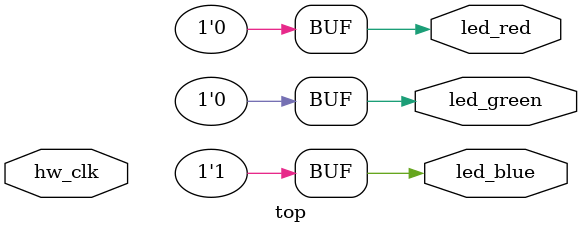
<source format=v>
module top (
    output led_red,
    output led_blue,
    output led_green,
    input hw_clk
);

// Turn on only the blue LED
assign led_red = 1'b0;    // Red LED OFF
assign led_green = 1'b0;  // Green LED OFF
assign led_blue = 1'b1;   // Blue LED ON

endmodule

</source>
